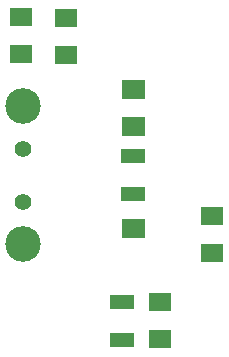
<source format=gtp>
G04 MADE WITH FRITZING*
G04 WWW.FRITZING.ORG*
G04 DOUBLE SIDED*
G04 HOLES PLATED*
G04 CONTOUR ON CENTER OF CONTOUR VECTOR*
%ASAXBY*%
%FSLAX23Y23*%
%MOIN*%
%OFA0B0*%
%SFA1.0B1.0*%
%ADD10C,0.118425*%
%ADD11C,0.055000*%
%ADD12R,0.078736X0.049208*%
%ADD13R,0.078736X0.049222*%
%ADD14R,0.074803X0.062992*%
%ADD15R,0.001000X0.001000*%
%LNPASTEMASK1*%
G90*
G70*
G54D10*
X83Y852D03*
X83Y392D03*
G54D11*
X83Y711D03*
X83Y533D03*
G54D10*
X83Y852D03*
X83Y392D03*
G54D11*
X83Y711D03*
X83Y533D03*
G54D12*
X450Y558D03*
G54D13*
X450Y686D03*
G54D12*
X413Y201D03*
G54D13*
X413Y73D03*
G54D14*
X538Y76D03*
X538Y198D03*
X225Y1023D03*
X225Y1145D03*
X713Y486D03*
X713Y364D03*
X75Y1148D03*
X75Y1026D03*
G36*
X488Y876D02*
X413Y876D01*
X413Y939D01*
X488Y939D01*
X488Y876D01*
G37*
D02*
G36*
X488Y754D02*
X413Y754D01*
X413Y817D01*
X488Y817D01*
X488Y754D01*
G37*
D02*
G36*
X488Y414D02*
X413Y414D01*
X413Y477D01*
X488Y477D01*
X488Y414D01*
G37*
D02*
G54D15*
D02*
G04 End of PasteMask1*
M02*
</source>
